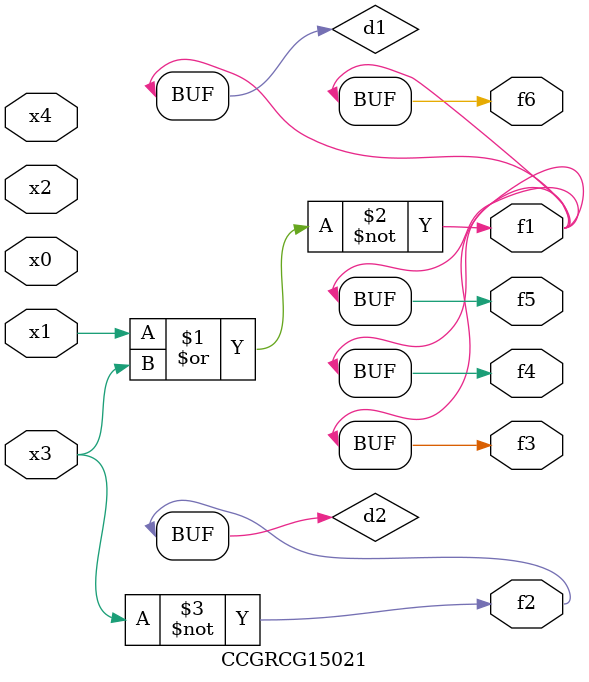
<source format=v>
module CCGRCG15021(
	input x0, x1, x2, x3, x4,
	output f1, f2, f3, f4, f5, f6
);

	wire d1, d2;

	nor (d1, x1, x3);
	not (d2, x3);
	assign f1 = d1;
	assign f2 = d2;
	assign f3 = d1;
	assign f4 = d1;
	assign f5 = d1;
	assign f6 = d1;
endmodule

</source>
